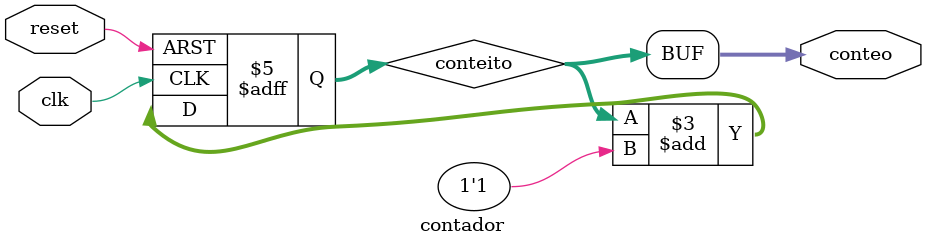
<source format=v>
module contador(
		input clk,
		input reset,
		output [7:0]conteo
	);

reg [7:0]conteito=8'd0;
assign conteo[7:0]= conteito[7:0];
always@(posedge clk, negedge reset)
begin	
	if(reset==0)
		begin
			conteito[7:0]<=8'd0;
		end
	else
		begin
			conteito[7:0]<=conteito[7:0]+1'b1;
		end
end
	
	
	
endmodule

</source>
